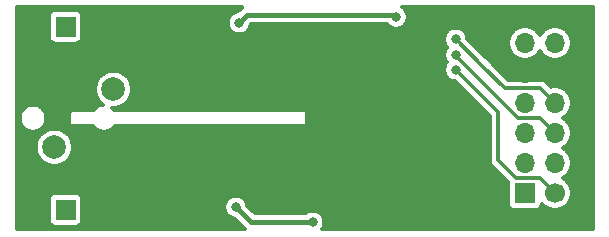
<source format=gbr>
%TF.GenerationSoftware,KiCad,Pcbnew,5.1.9*%
%TF.CreationDate,2021-01-26T07:43:00+03:00*%
%TF.ProjectId,dual-mcp3201-pmod,6475616c-2d6d-4637-9033-3230312d706d,rev?*%
%TF.SameCoordinates,PX4c4b400PY8583b00*%
%TF.FileFunction,Copper,L2,Bot*%
%TF.FilePolarity,Positive*%
%FSLAX46Y46*%
G04 Gerber Fmt 4.6, Leading zero omitted, Abs format (unit mm)*
G04 Created by KiCad (PCBNEW 5.1.9) date 2021-01-26 07:43:00*
%MOMM*%
%LPD*%
G01*
G04 APERTURE LIST*
%TA.AperFunction,ComponentPad*%
%ADD10O,1.700000X1.700000*%
%TD*%
%TA.AperFunction,ComponentPad*%
%ADD11R,1.700000X1.700000*%
%TD*%
%TA.AperFunction,ComponentPad*%
%ADD12C,1.700000*%
%TD*%
%TA.AperFunction,ComponentPad*%
%ADD13C,2.000000*%
%TD*%
%TA.AperFunction,ViaPad*%
%ADD14C,0.800000*%
%TD*%
%TA.AperFunction,Conductor*%
%ADD15C,0.400000*%
%TD*%
%TA.AperFunction,Conductor*%
%ADD16C,0.300000*%
%TD*%
%TA.AperFunction,Conductor*%
%ADD17C,0.350000*%
%TD*%
%TA.AperFunction,Conductor*%
%ADD18C,0.100000*%
%TD*%
G04 APERTURE END LIST*
D10*
%TO.P,X4,2*%
%TO.N,GND*%
X2210000Y17750000D03*
D11*
%TO.P,X4,1*%
%TO.N,Net-(C9-Pad2)*%
X4750000Y17750000D03*
%TD*%
D10*
%TO.P,X3,2*%
%TO.N,GND*%
X2210000Y2250000D03*
D11*
%TO.P,X3,1*%
%TO.N,Net-(C2-Pad2)*%
X4750000Y2250000D03*
%TD*%
D12*
%TO.P,X2,7*%
%TO.N,/CS_N1*%
X46170000Y3650000D03*
D11*
%TO.P,X2,1*%
%TO.N,/CS_N0*%
X43630000Y3650000D03*
D10*
%TO.P,X2,8*%
%TO.N,Net-(X2-Pad8)*%
X46170000Y6190000D03*
%TO.P,X2,2*%
%TO.N,Net-(X2-Pad2)*%
X43630000Y6190000D03*
%TO.P,X2,9*%
%TO.N,/MISO1*%
X46170000Y8730000D03*
%TO.P,X2,3*%
%TO.N,/MISO0*%
X43630000Y8730000D03*
%TO.P,X2,10*%
%TO.N,/SCLK1*%
X46170000Y11270000D03*
%TO.P,X2,4*%
%TO.N,/SCLK0*%
X43630000Y11270000D03*
%TO.P,X2,11*%
%TO.N,GND*%
X46170000Y13810000D03*
%TO.P,X2,5*%
X43630000Y13810000D03*
%TO.P,X2,12*%
%TO.N,+VDD_3.3V*%
X46170000Y16350000D03*
%TO.P,X2,6*%
X43630000Y16350000D03*
%TD*%
D13*
%TO.P,X1,3*%
%TO.N,Net-(C9-Pad2)*%
X8800000Y12450000D03*
%TO.P,X1,2*%
%TO.N,Net-(C2-Pad2)*%
X3800000Y7550000D03*
%TO.P,X1,1*%
%TO.N,GND*%
X2000000Y12450000D03*
%TD*%
D14*
%TO.N,GND*%
X41350000Y1200000D03*
%TO.N,Net-(C1-Pad2)*%
X25670000Y1190000D03*
X19170000Y2470000D03*
%TO.N,GND*%
X11700000Y18650000D03*
X11700000Y8400000D03*
X11700000Y11600000D03*
X38750000Y8450000D03*
X30250000Y7500000D03*
X35250000Y8500000D03*
X29095000Y14095000D03*
X19450000Y6250000D03*
X19450000Y16750000D03*
X26250000Y14750000D03*
X26250000Y9300000D03*
X29050000Y1600000D03*
X23700000Y3375000D03*
X17750000Y4800000D03*
X17750000Y15050000D03*
X23700000Y13640000D03*
X41799998Y18250000D03*
%TO.N,/SCLK1*%
X37775000Y16675000D03*
%TO.N,/MISO1*%
X37775000Y15350000D03*
%TO.N,/CS_N1*%
X37775000Y14100000D03*
%TO.N,Net-(C8-Pad2)*%
X19460000Y18070000D03*
X32740000Y18560000D03*
%TD*%
D15*
%TO.N,Net-(C1-Pad2)*%
X19180000Y2470000D02*
X19170000Y2470000D01*
X20460000Y1190000D02*
X19180000Y2470000D01*
X25670000Y1190000D02*
X20460000Y1190000D01*
%TO.N,/SCLK1*%
X37775000Y16675000D02*
X37845000Y16675000D01*
D16*
X40020000Y14430000D02*
X37775000Y16675000D01*
X44900000Y12540000D02*
X41910000Y12540000D01*
X41910000Y12540000D02*
X40020000Y14430000D01*
X46170000Y11270000D02*
X44900000Y12540000D01*
%TO.N,/MISO1*%
X37775000Y15275000D02*
X37775000Y15350000D01*
X43050000Y10000000D02*
X37775000Y15275000D01*
X44900000Y10000000D02*
X43050000Y10000000D01*
X46170000Y8730000D02*
X44900000Y10000000D01*
D15*
%TO.N,/CS_N1*%
X46050002Y3650000D02*
X46170000Y3650000D01*
D16*
X41370000Y10500000D02*
X41370000Y6470000D01*
X37775000Y14095000D02*
X41370000Y10500000D01*
X37775000Y14100000D02*
X37775000Y14095000D01*
X44890000Y4930000D02*
X46170000Y3650000D01*
X42910000Y4930000D02*
X44890000Y4930000D01*
X41370000Y6470000D02*
X42910000Y4930000D01*
D15*
%TO.N,Net-(C8-Pad2)*%
X32550000Y18750000D02*
X20140000Y18750000D01*
X20140000Y18750000D02*
X19460000Y18070000D01*
X32740000Y18560000D02*
X32550000Y18750000D01*
%TD*%
D17*
%TO.N,GND*%
X19707349Y19397506D02*
X19664888Y19362658D01*
X19589341Y19300659D01*
X19565072Y19271087D01*
X19332782Y19038796D01*
X19175603Y19007532D01*
X18998164Y18934034D01*
X18838473Y18827332D01*
X18702668Y18691527D01*
X18595966Y18531836D01*
X18522468Y18354397D01*
X18485000Y18166029D01*
X18485000Y17973971D01*
X18522468Y17785603D01*
X18595966Y17608164D01*
X18702668Y17448473D01*
X18838473Y17312668D01*
X18998164Y17205966D01*
X19175603Y17132468D01*
X19363971Y17095000D01*
X19556029Y17095000D01*
X19744397Y17132468D01*
X19921836Y17205966D01*
X20081527Y17312668D01*
X20217332Y17448473D01*
X20324034Y17608164D01*
X20397532Y17785603D01*
X20428796Y17942782D01*
X20461015Y17975000D01*
X31958261Y17975000D01*
X31982668Y17938473D01*
X32118473Y17802668D01*
X32278164Y17695966D01*
X32455603Y17622468D01*
X32643971Y17585000D01*
X32836029Y17585000D01*
X33024397Y17622468D01*
X33201836Y17695966D01*
X33361527Y17802668D01*
X33497332Y17938473D01*
X33604034Y18098164D01*
X33677532Y18275603D01*
X33715000Y18463971D01*
X33715000Y18656029D01*
X33677532Y18844397D01*
X33604034Y19021836D01*
X33497332Y19181527D01*
X33361527Y19317332D01*
X33237805Y19400000D01*
X49400001Y19400000D01*
X49400000Y600000D01*
X26448398Y600000D01*
X26534034Y728164D01*
X26607532Y905603D01*
X26645000Y1093971D01*
X26645000Y1286029D01*
X26607532Y1474397D01*
X26534034Y1651836D01*
X26427332Y1811527D01*
X26291527Y1947332D01*
X26131836Y2054034D01*
X25954397Y2127532D01*
X25766029Y2165000D01*
X25573971Y2165000D01*
X25385603Y2127532D01*
X25208164Y2054034D01*
X25074915Y1965000D01*
X20781015Y1965000D01*
X20136313Y2609701D01*
X20107532Y2754397D01*
X20034034Y2931836D01*
X19927332Y3091527D01*
X19791527Y3227332D01*
X19631836Y3334034D01*
X19454397Y3407532D01*
X19266029Y3445000D01*
X19073971Y3445000D01*
X18885603Y3407532D01*
X18708164Y3334034D01*
X18548473Y3227332D01*
X18412668Y3091527D01*
X18305966Y2931836D01*
X18232468Y2754397D01*
X18195000Y2566029D01*
X18195000Y2373971D01*
X18232468Y2185603D01*
X18305966Y2008164D01*
X18412668Y1848473D01*
X18548473Y1712668D01*
X18708164Y1605966D01*
X18885603Y1532468D01*
X19055265Y1498721D01*
X19885072Y668913D01*
X19909341Y639341D01*
X19957278Y600000D01*
X600000Y600000D01*
X600000Y3100000D01*
X3322218Y3100000D01*
X3322218Y1400000D01*
X3333320Y1287280D01*
X3366199Y1178892D01*
X3419592Y1079002D01*
X3491446Y991446D01*
X3579002Y919592D01*
X3678892Y866199D01*
X3787280Y833320D01*
X3900000Y822218D01*
X5600000Y822218D01*
X5712720Y833320D01*
X5821108Y866199D01*
X5920998Y919592D01*
X6008554Y991446D01*
X6080408Y1079002D01*
X6133801Y1178892D01*
X6166680Y1287280D01*
X6177782Y1400000D01*
X6177782Y3100000D01*
X6166680Y3212720D01*
X6133801Y3321108D01*
X6080408Y3420998D01*
X6008554Y3508554D01*
X5920998Y3580408D01*
X5821108Y3633801D01*
X5712720Y3666680D01*
X5600000Y3677782D01*
X3900000Y3677782D01*
X3787280Y3666680D01*
X3678892Y3633801D01*
X3579002Y3580408D01*
X3491446Y3508554D01*
X3419592Y3420998D01*
X3366199Y3321108D01*
X3333320Y3212720D01*
X3322218Y3100000D01*
X600000Y3100000D01*
X600000Y7705124D01*
X2225000Y7705124D01*
X2225000Y7394876D01*
X2285526Y7090589D01*
X2404253Y6803958D01*
X2576617Y6545996D01*
X2795996Y6326617D01*
X3053958Y6154253D01*
X3340589Y6035526D01*
X3644876Y5975000D01*
X3955124Y5975000D01*
X4259411Y6035526D01*
X4546042Y6154253D01*
X4804004Y6326617D01*
X5023383Y6545996D01*
X5195747Y6803958D01*
X5314474Y7090589D01*
X5375000Y7394876D01*
X5375000Y7705124D01*
X5314474Y8009411D01*
X5195747Y8296042D01*
X5023383Y8554004D01*
X4804004Y8773383D01*
X4546042Y8945747D01*
X4259411Y9064474D01*
X3955124Y9125000D01*
X3644876Y9125000D01*
X3340589Y9064474D01*
X3053958Y8945747D01*
X2795996Y8773383D01*
X2576617Y8554004D01*
X2404253Y8296042D01*
X2285526Y8009411D01*
X2225000Y7705124D01*
X600000Y7705124D01*
X600000Y10110803D01*
X875000Y10110803D01*
X875000Y9889197D01*
X918233Y9671850D01*
X1003038Y9467113D01*
X1126156Y9282855D01*
X1282855Y9126156D01*
X1467113Y9003038D01*
X1671850Y8918233D01*
X1889197Y8875000D01*
X2110803Y8875000D01*
X2328150Y8918233D01*
X2532887Y9003038D01*
X2717145Y9126156D01*
X2873844Y9282855D01*
X2996962Y9467113D01*
X3081767Y9671850D01*
X3125000Y9889197D01*
X3125000Y10110803D01*
X3081767Y10328150D01*
X3010585Y10500000D01*
X5075000Y10500000D01*
X5075000Y9500000D01*
X5078363Y9465859D01*
X5088321Y9433030D01*
X5104493Y9402775D01*
X5126256Y9376256D01*
X5152775Y9354493D01*
X5183030Y9338321D01*
X5215859Y9328363D01*
X5250000Y9325000D01*
X7097995Y9325000D01*
X7126156Y9282855D01*
X7282855Y9126156D01*
X7467113Y9003038D01*
X7671850Y8918233D01*
X7889197Y8875000D01*
X8110803Y8875000D01*
X8328150Y8918233D01*
X8532887Y9003038D01*
X8717145Y9126156D01*
X8873844Y9282855D01*
X8902005Y9325000D01*
X25000000Y9325000D01*
X25034141Y9328363D01*
X25066970Y9338321D01*
X25097225Y9354493D01*
X25123744Y9376256D01*
X25145507Y9402775D01*
X25161679Y9433030D01*
X25171637Y9465859D01*
X25175000Y9500000D01*
X25175000Y10500000D01*
X25171637Y10534141D01*
X25161679Y10566970D01*
X25145507Y10597225D01*
X25123744Y10623744D01*
X25097225Y10645507D01*
X25066970Y10661679D01*
X25034141Y10671637D01*
X25000000Y10675000D01*
X8902005Y10675000D01*
X8873844Y10717145D01*
X8717145Y10873844D01*
X8715415Y10875000D01*
X8955124Y10875000D01*
X9259411Y10935526D01*
X9546042Y11054253D01*
X9804004Y11226617D01*
X10023383Y11445996D01*
X10195747Y11703958D01*
X10314474Y11990589D01*
X10375000Y12294876D01*
X10375000Y12605124D01*
X10314474Y12909411D01*
X10195747Y13196042D01*
X10023383Y13454004D01*
X9804004Y13673383D01*
X9546042Y13845747D01*
X9259411Y13964474D01*
X8955124Y14025000D01*
X8644876Y14025000D01*
X8340589Y13964474D01*
X8053958Y13845747D01*
X7795996Y13673383D01*
X7576617Y13454004D01*
X7404253Y13196042D01*
X7285526Y12909411D01*
X7225000Y12605124D01*
X7225000Y12294876D01*
X7285526Y11990589D01*
X7404253Y11703958D01*
X7576617Y11445996D01*
X7795996Y11226617D01*
X7948077Y11125000D01*
X7889197Y11125000D01*
X7671850Y11081767D01*
X7467113Y10996962D01*
X7282855Y10873844D01*
X7126156Y10717145D01*
X7097995Y10675000D01*
X5250000Y10675000D01*
X5215859Y10671637D01*
X5183030Y10661679D01*
X5152775Y10645507D01*
X5126256Y10623744D01*
X5104493Y10597225D01*
X5088321Y10566970D01*
X5078363Y10534141D01*
X5075000Y10500000D01*
X3010585Y10500000D01*
X2996962Y10532887D01*
X2873844Y10717145D01*
X2717145Y10873844D01*
X2532887Y10996962D01*
X2328150Y11081767D01*
X2110803Y11125000D01*
X1889197Y11125000D01*
X1671850Y11081767D01*
X1467113Y10996962D01*
X1282855Y10873844D01*
X1126156Y10717145D01*
X1003038Y10532887D01*
X918233Y10328150D01*
X875000Y10110803D01*
X600000Y10110803D01*
X600000Y18600000D01*
X3322218Y18600000D01*
X3322218Y16900000D01*
X3333320Y16787280D01*
X3366199Y16678892D01*
X3419592Y16579002D01*
X3491446Y16491446D01*
X3579002Y16419592D01*
X3678892Y16366199D01*
X3787280Y16333320D01*
X3900000Y16322218D01*
X5600000Y16322218D01*
X5712720Y16333320D01*
X5821108Y16366199D01*
X5920998Y16419592D01*
X6008554Y16491446D01*
X6080408Y16579002D01*
X6133801Y16678892D01*
X6161750Y16771029D01*
X36800000Y16771029D01*
X36800000Y16578971D01*
X36837468Y16390603D01*
X36910966Y16213164D01*
X37017668Y16053473D01*
X37058641Y16012500D01*
X37017668Y15971527D01*
X36910966Y15811836D01*
X36837468Y15634397D01*
X36800000Y15446029D01*
X36800000Y15253971D01*
X36837468Y15065603D01*
X36910966Y14888164D01*
X37017668Y14728473D01*
X37021141Y14725000D01*
X37017668Y14721527D01*
X36910966Y14561836D01*
X36837468Y14384397D01*
X36800000Y14196029D01*
X36800000Y14003971D01*
X36837468Y13815603D01*
X36910966Y13638164D01*
X37017668Y13478473D01*
X37153473Y13342668D01*
X37313164Y13235966D01*
X37490603Y13162468D01*
X37678971Y13125000D01*
X37719696Y13125000D01*
X40645000Y10199695D01*
X40645001Y6505607D01*
X40641494Y6470000D01*
X40655492Y6327876D01*
X40696947Y6191213D01*
X40764269Y6065264D01*
X40832170Y5982526D01*
X40832173Y5982523D01*
X40854869Y5954868D01*
X40882523Y5932173D01*
X42212303Y4602392D01*
X42202218Y4500000D01*
X42202218Y2800000D01*
X42213320Y2687280D01*
X42246199Y2578892D01*
X42299592Y2479002D01*
X42371446Y2391446D01*
X42459002Y2319592D01*
X42558892Y2266199D01*
X42667280Y2233320D01*
X42780000Y2222218D01*
X44480000Y2222218D01*
X44592720Y2233320D01*
X44701108Y2266199D01*
X44800998Y2319592D01*
X44888554Y2391446D01*
X44960408Y2479002D01*
X45013801Y2578892D01*
X45046680Y2687280D01*
X45053457Y2756091D01*
X45063130Y2741615D01*
X45261615Y2543130D01*
X45495009Y2387181D01*
X45754343Y2279762D01*
X46029650Y2225000D01*
X46310350Y2225000D01*
X46585657Y2279762D01*
X46844991Y2387181D01*
X47078385Y2543130D01*
X47276870Y2741615D01*
X47432819Y2975009D01*
X47540238Y3234343D01*
X47595000Y3509650D01*
X47595000Y3790350D01*
X47540238Y4065657D01*
X47432819Y4324991D01*
X47276870Y4558385D01*
X47078385Y4756870D01*
X46844991Y4912819D01*
X46827654Y4920000D01*
X46844991Y4927181D01*
X47078385Y5083130D01*
X47276870Y5281615D01*
X47432819Y5515009D01*
X47540238Y5774343D01*
X47595000Y6049650D01*
X47595000Y6330350D01*
X47540238Y6605657D01*
X47432819Y6864991D01*
X47276870Y7098385D01*
X47078385Y7296870D01*
X46844991Y7452819D01*
X46827654Y7460000D01*
X46844991Y7467181D01*
X47078385Y7623130D01*
X47276870Y7821615D01*
X47432819Y8055009D01*
X47540238Y8314343D01*
X47595000Y8589650D01*
X47595000Y8870350D01*
X47540238Y9145657D01*
X47432819Y9404991D01*
X47276870Y9638385D01*
X47078385Y9836870D01*
X46844991Y9992819D01*
X46827654Y10000000D01*
X46844991Y10007181D01*
X47078385Y10163130D01*
X47276870Y10361615D01*
X47432819Y10595009D01*
X47540238Y10854343D01*
X47595000Y11129650D01*
X47595000Y11410350D01*
X47540238Y11685657D01*
X47432819Y11944991D01*
X47276870Y12178385D01*
X47078385Y12376870D01*
X46844991Y12532819D01*
X46585657Y12640238D01*
X46310350Y12695000D01*
X46029650Y12695000D01*
X45813333Y12651972D01*
X45437832Y13027472D01*
X45415132Y13055132D01*
X45304737Y13145731D01*
X45178788Y13213053D01*
X45042125Y13254509D01*
X44935607Y13265000D01*
X44935597Y13265000D01*
X44900000Y13268506D01*
X44864403Y13265000D01*
X42210305Y13265000D01*
X40557834Y14917470D01*
X40557830Y14917475D01*
X38984955Y16490350D01*
X42205000Y16490350D01*
X42205000Y16209650D01*
X42259762Y15934343D01*
X42367181Y15675009D01*
X42523130Y15441615D01*
X42721615Y15243130D01*
X42955009Y15087181D01*
X43214343Y14979762D01*
X43489650Y14925000D01*
X43770350Y14925000D01*
X44045657Y14979762D01*
X44304991Y15087181D01*
X44538385Y15243130D01*
X44736870Y15441615D01*
X44892819Y15675009D01*
X44900000Y15692346D01*
X44907181Y15675009D01*
X45063130Y15441615D01*
X45261615Y15243130D01*
X45495009Y15087181D01*
X45754343Y14979762D01*
X46029650Y14925000D01*
X46310350Y14925000D01*
X46585657Y14979762D01*
X46844991Y15087181D01*
X47078385Y15243130D01*
X47276870Y15441615D01*
X47432819Y15675009D01*
X47540238Y15934343D01*
X47595000Y16209650D01*
X47595000Y16490350D01*
X47540238Y16765657D01*
X47432819Y17024991D01*
X47276870Y17258385D01*
X47078385Y17456870D01*
X46844991Y17612819D01*
X46585657Y17720238D01*
X46310350Y17775000D01*
X46029650Y17775000D01*
X45754343Y17720238D01*
X45495009Y17612819D01*
X45261615Y17456870D01*
X45063130Y17258385D01*
X44907181Y17024991D01*
X44900000Y17007654D01*
X44892819Y17024991D01*
X44736870Y17258385D01*
X44538385Y17456870D01*
X44304991Y17612819D01*
X44045657Y17720238D01*
X43770350Y17775000D01*
X43489650Y17775000D01*
X43214343Y17720238D01*
X42955009Y17612819D01*
X42721615Y17456870D01*
X42523130Y17258385D01*
X42367181Y17024991D01*
X42259762Y16765657D01*
X42205000Y16490350D01*
X38984955Y16490350D01*
X38750000Y16725304D01*
X38750000Y16771029D01*
X38712532Y16959397D01*
X38639034Y17136836D01*
X38532332Y17296527D01*
X38396527Y17432332D01*
X38236836Y17539034D01*
X38059397Y17612532D01*
X37871029Y17650000D01*
X37678971Y17650000D01*
X37490603Y17612532D01*
X37313164Y17539034D01*
X37153473Y17432332D01*
X37017668Y17296527D01*
X36910966Y17136836D01*
X36837468Y16959397D01*
X36800000Y16771029D01*
X6161750Y16771029D01*
X6166680Y16787280D01*
X6177782Y16900000D01*
X6177782Y18600000D01*
X6166680Y18712720D01*
X6133801Y18821108D01*
X6080408Y18920998D01*
X6008554Y19008554D01*
X5920998Y19080408D01*
X5821108Y19133801D01*
X5712720Y19166680D01*
X5600000Y19177782D01*
X3900000Y19177782D01*
X3787280Y19166680D01*
X3678892Y19133801D01*
X3579002Y19080408D01*
X3491446Y19008554D01*
X3419592Y18920998D01*
X3366199Y18821108D01*
X3333320Y18712720D01*
X3322218Y18600000D01*
X600000Y18600000D01*
X600000Y19400000D01*
X19712015Y19400000D01*
X19707349Y19397506D01*
%TA.AperFunction,Conductor*%
D18*
G36*
X19707349Y19397506D02*
G01*
X19664888Y19362658D01*
X19589341Y19300659D01*
X19565072Y19271087D01*
X19332782Y19038796D01*
X19175603Y19007532D01*
X18998164Y18934034D01*
X18838473Y18827332D01*
X18702668Y18691527D01*
X18595966Y18531836D01*
X18522468Y18354397D01*
X18485000Y18166029D01*
X18485000Y17973971D01*
X18522468Y17785603D01*
X18595966Y17608164D01*
X18702668Y17448473D01*
X18838473Y17312668D01*
X18998164Y17205966D01*
X19175603Y17132468D01*
X19363971Y17095000D01*
X19556029Y17095000D01*
X19744397Y17132468D01*
X19921836Y17205966D01*
X20081527Y17312668D01*
X20217332Y17448473D01*
X20324034Y17608164D01*
X20397532Y17785603D01*
X20428796Y17942782D01*
X20461015Y17975000D01*
X31958261Y17975000D01*
X31982668Y17938473D01*
X32118473Y17802668D01*
X32278164Y17695966D01*
X32455603Y17622468D01*
X32643971Y17585000D01*
X32836029Y17585000D01*
X33024397Y17622468D01*
X33201836Y17695966D01*
X33361527Y17802668D01*
X33497332Y17938473D01*
X33604034Y18098164D01*
X33677532Y18275603D01*
X33715000Y18463971D01*
X33715000Y18656029D01*
X33677532Y18844397D01*
X33604034Y19021836D01*
X33497332Y19181527D01*
X33361527Y19317332D01*
X33237805Y19400000D01*
X49400001Y19400000D01*
X49400000Y600000D01*
X26448398Y600000D01*
X26534034Y728164D01*
X26607532Y905603D01*
X26645000Y1093971D01*
X26645000Y1286029D01*
X26607532Y1474397D01*
X26534034Y1651836D01*
X26427332Y1811527D01*
X26291527Y1947332D01*
X26131836Y2054034D01*
X25954397Y2127532D01*
X25766029Y2165000D01*
X25573971Y2165000D01*
X25385603Y2127532D01*
X25208164Y2054034D01*
X25074915Y1965000D01*
X20781015Y1965000D01*
X20136313Y2609701D01*
X20107532Y2754397D01*
X20034034Y2931836D01*
X19927332Y3091527D01*
X19791527Y3227332D01*
X19631836Y3334034D01*
X19454397Y3407532D01*
X19266029Y3445000D01*
X19073971Y3445000D01*
X18885603Y3407532D01*
X18708164Y3334034D01*
X18548473Y3227332D01*
X18412668Y3091527D01*
X18305966Y2931836D01*
X18232468Y2754397D01*
X18195000Y2566029D01*
X18195000Y2373971D01*
X18232468Y2185603D01*
X18305966Y2008164D01*
X18412668Y1848473D01*
X18548473Y1712668D01*
X18708164Y1605966D01*
X18885603Y1532468D01*
X19055265Y1498721D01*
X19885072Y668913D01*
X19909341Y639341D01*
X19957278Y600000D01*
X600000Y600000D01*
X600000Y3100000D01*
X3322218Y3100000D01*
X3322218Y1400000D01*
X3333320Y1287280D01*
X3366199Y1178892D01*
X3419592Y1079002D01*
X3491446Y991446D01*
X3579002Y919592D01*
X3678892Y866199D01*
X3787280Y833320D01*
X3900000Y822218D01*
X5600000Y822218D01*
X5712720Y833320D01*
X5821108Y866199D01*
X5920998Y919592D01*
X6008554Y991446D01*
X6080408Y1079002D01*
X6133801Y1178892D01*
X6166680Y1287280D01*
X6177782Y1400000D01*
X6177782Y3100000D01*
X6166680Y3212720D01*
X6133801Y3321108D01*
X6080408Y3420998D01*
X6008554Y3508554D01*
X5920998Y3580408D01*
X5821108Y3633801D01*
X5712720Y3666680D01*
X5600000Y3677782D01*
X3900000Y3677782D01*
X3787280Y3666680D01*
X3678892Y3633801D01*
X3579002Y3580408D01*
X3491446Y3508554D01*
X3419592Y3420998D01*
X3366199Y3321108D01*
X3333320Y3212720D01*
X3322218Y3100000D01*
X600000Y3100000D01*
X600000Y7705124D01*
X2225000Y7705124D01*
X2225000Y7394876D01*
X2285526Y7090589D01*
X2404253Y6803958D01*
X2576617Y6545996D01*
X2795996Y6326617D01*
X3053958Y6154253D01*
X3340589Y6035526D01*
X3644876Y5975000D01*
X3955124Y5975000D01*
X4259411Y6035526D01*
X4546042Y6154253D01*
X4804004Y6326617D01*
X5023383Y6545996D01*
X5195747Y6803958D01*
X5314474Y7090589D01*
X5375000Y7394876D01*
X5375000Y7705124D01*
X5314474Y8009411D01*
X5195747Y8296042D01*
X5023383Y8554004D01*
X4804004Y8773383D01*
X4546042Y8945747D01*
X4259411Y9064474D01*
X3955124Y9125000D01*
X3644876Y9125000D01*
X3340589Y9064474D01*
X3053958Y8945747D01*
X2795996Y8773383D01*
X2576617Y8554004D01*
X2404253Y8296042D01*
X2285526Y8009411D01*
X2225000Y7705124D01*
X600000Y7705124D01*
X600000Y10110803D01*
X875000Y10110803D01*
X875000Y9889197D01*
X918233Y9671850D01*
X1003038Y9467113D01*
X1126156Y9282855D01*
X1282855Y9126156D01*
X1467113Y9003038D01*
X1671850Y8918233D01*
X1889197Y8875000D01*
X2110803Y8875000D01*
X2328150Y8918233D01*
X2532887Y9003038D01*
X2717145Y9126156D01*
X2873844Y9282855D01*
X2996962Y9467113D01*
X3081767Y9671850D01*
X3125000Y9889197D01*
X3125000Y10110803D01*
X3081767Y10328150D01*
X3010585Y10500000D01*
X5075000Y10500000D01*
X5075000Y9500000D01*
X5078363Y9465859D01*
X5088321Y9433030D01*
X5104493Y9402775D01*
X5126256Y9376256D01*
X5152775Y9354493D01*
X5183030Y9338321D01*
X5215859Y9328363D01*
X5250000Y9325000D01*
X7097995Y9325000D01*
X7126156Y9282855D01*
X7282855Y9126156D01*
X7467113Y9003038D01*
X7671850Y8918233D01*
X7889197Y8875000D01*
X8110803Y8875000D01*
X8328150Y8918233D01*
X8532887Y9003038D01*
X8717145Y9126156D01*
X8873844Y9282855D01*
X8902005Y9325000D01*
X25000000Y9325000D01*
X25034141Y9328363D01*
X25066970Y9338321D01*
X25097225Y9354493D01*
X25123744Y9376256D01*
X25145507Y9402775D01*
X25161679Y9433030D01*
X25171637Y9465859D01*
X25175000Y9500000D01*
X25175000Y10500000D01*
X25171637Y10534141D01*
X25161679Y10566970D01*
X25145507Y10597225D01*
X25123744Y10623744D01*
X25097225Y10645507D01*
X25066970Y10661679D01*
X25034141Y10671637D01*
X25000000Y10675000D01*
X8902005Y10675000D01*
X8873844Y10717145D01*
X8717145Y10873844D01*
X8715415Y10875000D01*
X8955124Y10875000D01*
X9259411Y10935526D01*
X9546042Y11054253D01*
X9804004Y11226617D01*
X10023383Y11445996D01*
X10195747Y11703958D01*
X10314474Y11990589D01*
X10375000Y12294876D01*
X10375000Y12605124D01*
X10314474Y12909411D01*
X10195747Y13196042D01*
X10023383Y13454004D01*
X9804004Y13673383D01*
X9546042Y13845747D01*
X9259411Y13964474D01*
X8955124Y14025000D01*
X8644876Y14025000D01*
X8340589Y13964474D01*
X8053958Y13845747D01*
X7795996Y13673383D01*
X7576617Y13454004D01*
X7404253Y13196042D01*
X7285526Y12909411D01*
X7225000Y12605124D01*
X7225000Y12294876D01*
X7285526Y11990589D01*
X7404253Y11703958D01*
X7576617Y11445996D01*
X7795996Y11226617D01*
X7948077Y11125000D01*
X7889197Y11125000D01*
X7671850Y11081767D01*
X7467113Y10996962D01*
X7282855Y10873844D01*
X7126156Y10717145D01*
X7097995Y10675000D01*
X5250000Y10675000D01*
X5215859Y10671637D01*
X5183030Y10661679D01*
X5152775Y10645507D01*
X5126256Y10623744D01*
X5104493Y10597225D01*
X5088321Y10566970D01*
X5078363Y10534141D01*
X5075000Y10500000D01*
X3010585Y10500000D01*
X2996962Y10532887D01*
X2873844Y10717145D01*
X2717145Y10873844D01*
X2532887Y10996962D01*
X2328150Y11081767D01*
X2110803Y11125000D01*
X1889197Y11125000D01*
X1671850Y11081767D01*
X1467113Y10996962D01*
X1282855Y10873844D01*
X1126156Y10717145D01*
X1003038Y10532887D01*
X918233Y10328150D01*
X875000Y10110803D01*
X600000Y10110803D01*
X600000Y18600000D01*
X3322218Y18600000D01*
X3322218Y16900000D01*
X3333320Y16787280D01*
X3366199Y16678892D01*
X3419592Y16579002D01*
X3491446Y16491446D01*
X3579002Y16419592D01*
X3678892Y16366199D01*
X3787280Y16333320D01*
X3900000Y16322218D01*
X5600000Y16322218D01*
X5712720Y16333320D01*
X5821108Y16366199D01*
X5920998Y16419592D01*
X6008554Y16491446D01*
X6080408Y16579002D01*
X6133801Y16678892D01*
X6161750Y16771029D01*
X36800000Y16771029D01*
X36800000Y16578971D01*
X36837468Y16390603D01*
X36910966Y16213164D01*
X37017668Y16053473D01*
X37058641Y16012500D01*
X37017668Y15971527D01*
X36910966Y15811836D01*
X36837468Y15634397D01*
X36800000Y15446029D01*
X36800000Y15253971D01*
X36837468Y15065603D01*
X36910966Y14888164D01*
X37017668Y14728473D01*
X37021141Y14725000D01*
X37017668Y14721527D01*
X36910966Y14561836D01*
X36837468Y14384397D01*
X36800000Y14196029D01*
X36800000Y14003971D01*
X36837468Y13815603D01*
X36910966Y13638164D01*
X37017668Y13478473D01*
X37153473Y13342668D01*
X37313164Y13235966D01*
X37490603Y13162468D01*
X37678971Y13125000D01*
X37719696Y13125000D01*
X40645000Y10199695D01*
X40645001Y6505607D01*
X40641494Y6470000D01*
X40655492Y6327876D01*
X40696947Y6191213D01*
X40764269Y6065264D01*
X40832170Y5982526D01*
X40832173Y5982523D01*
X40854869Y5954868D01*
X40882523Y5932173D01*
X42212303Y4602392D01*
X42202218Y4500000D01*
X42202218Y2800000D01*
X42213320Y2687280D01*
X42246199Y2578892D01*
X42299592Y2479002D01*
X42371446Y2391446D01*
X42459002Y2319592D01*
X42558892Y2266199D01*
X42667280Y2233320D01*
X42780000Y2222218D01*
X44480000Y2222218D01*
X44592720Y2233320D01*
X44701108Y2266199D01*
X44800998Y2319592D01*
X44888554Y2391446D01*
X44960408Y2479002D01*
X45013801Y2578892D01*
X45046680Y2687280D01*
X45053457Y2756091D01*
X45063130Y2741615D01*
X45261615Y2543130D01*
X45495009Y2387181D01*
X45754343Y2279762D01*
X46029650Y2225000D01*
X46310350Y2225000D01*
X46585657Y2279762D01*
X46844991Y2387181D01*
X47078385Y2543130D01*
X47276870Y2741615D01*
X47432819Y2975009D01*
X47540238Y3234343D01*
X47595000Y3509650D01*
X47595000Y3790350D01*
X47540238Y4065657D01*
X47432819Y4324991D01*
X47276870Y4558385D01*
X47078385Y4756870D01*
X46844991Y4912819D01*
X46827654Y4920000D01*
X46844991Y4927181D01*
X47078385Y5083130D01*
X47276870Y5281615D01*
X47432819Y5515009D01*
X47540238Y5774343D01*
X47595000Y6049650D01*
X47595000Y6330350D01*
X47540238Y6605657D01*
X47432819Y6864991D01*
X47276870Y7098385D01*
X47078385Y7296870D01*
X46844991Y7452819D01*
X46827654Y7460000D01*
X46844991Y7467181D01*
X47078385Y7623130D01*
X47276870Y7821615D01*
X47432819Y8055009D01*
X47540238Y8314343D01*
X47595000Y8589650D01*
X47595000Y8870350D01*
X47540238Y9145657D01*
X47432819Y9404991D01*
X47276870Y9638385D01*
X47078385Y9836870D01*
X46844991Y9992819D01*
X46827654Y10000000D01*
X46844991Y10007181D01*
X47078385Y10163130D01*
X47276870Y10361615D01*
X47432819Y10595009D01*
X47540238Y10854343D01*
X47595000Y11129650D01*
X47595000Y11410350D01*
X47540238Y11685657D01*
X47432819Y11944991D01*
X47276870Y12178385D01*
X47078385Y12376870D01*
X46844991Y12532819D01*
X46585657Y12640238D01*
X46310350Y12695000D01*
X46029650Y12695000D01*
X45813333Y12651972D01*
X45437832Y13027472D01*
X45415132Y13055132D01*
X45304737Y13145731D01*
X45178788Y13213053D01*
X45042125Y13254509D01*
X44935607Y13265000D01*
X44935597Y13265000D01*
X44900000Y13268506D01*
X44864403Y13265000D01*
X42210305Y13265000D01*
X40557834Y14917470D01*
X40557830Y14917475D01*
X38984955Y16490350D01*
X42205000Y16490350D01*
X42205000Y16209650D01*
X42259762Y15934343D01*
X42367181Y15675009D01*
X42523130Y15441615D01*
X42721615Y15243130D01*
X42955009Y15087181D01*
X43214343Y14979762D01*
X43489650Y14925000D01*
X43770350Y14925000D01*
X44045657Y14979762D01*
X44304991Y15087181D01*
X44538385Y15243130D01*
X44736870Y15441615D01*
X44892819Y15675009D01*
X44900000Y15692346D01*
X44907181Y15675009D01*
X45063130Y15441615D01*
X45261615Y15243130D01*
X45495009Y15087181D01*
X45754343Y14979762D01*
X46029650Y14925000D01*
X46310350Y14925000D01*
X46585657Y14979762D01*
X46844991Y15087181D01*
X47078385Y15243130D01*
X47276870Y15441615D01*
X47432819Y15675009D01*
X47540238Y15934343D01*
X47595000Y16209650D01*
X47595000Y16490350D01*
X47540238Y16765657D01*
X47432819Y17024991D01*
X47276870Y17258385D01*
X47078385Y17456870D01*
X46844991Y17612819D01*
X46585657Y17720238D01*
X46310350Y17775000D01*
X46029650Y17775000D01*
X45754343Y17720238D01*
X45495009Y17612819D01*
X45261615Y17456870D01*
X45063130Y17258385D01*
X44907181Y17024991D01*
X44900000Y17007654D01*
X44892819Y17024991D01*
X44736870Y17258385D01*
X44538385Y17456870D01*
X44304991Y17612819D01*
X44045657Y17720238D01*
X43770350Y17775000D01*
X43489650Y17775000D01*
X43214343Y17720238D01*
X42955009Y17612819D01*
X42721615Y17456870D01*
X42523130Y17258385D01*
X42367181Y17024991D01*
X42259762Y16765657D01*
X42205000Y16490350D01*
X38984955Y16490350D01*
X38750000Y16725304D01*
X38750000Y16771029D01*
X38712532Y16959397D01*
X38639034Y17136836D01*
X38532332Y17296527D01*
X38396527Y17432332D01*
X38236836Y17539034D01*
X38059397Y17612532D01*
X37871029Y17650000D01*
X37678971Y17650000D01*
X37490603Y17612532D01*
X37313164Y17539034D01*
X37153473Y17432332D01*
X37017668Y17296527D01*
X36910966Y17136836D01*
X36837468Y16959397D01*
X36800000Y16771029D01*
X6161750Y16771029D01*
X6166680Y16787280D01*
X6177782Y16900000D01*
X6177782Y18600000D01*
X6166680Y18712720D01*
X6133801Y18821108D01*
X6080408Y18920998D01*
X6008554Y19008554D01*
X5920998Y19080408D01*
X5821108Y19133801D01*
X5712720Y19166680D01*
X5600000Y19177782D01*
X3900000Y19177782D01*
X3787280Y19166680D01*
X3678892Y19133801D01*
X3579002Y19080408D01*
X3491446Y19008554D01*
X3419592Y18920998D01*
X3366199Y18821108D01*
X3333320Y18712720D01*
X3322218Y18600000D01*
X600000Y18600000D01*
X600000Y19400000D01*
X19712015Y19400000D01*
X19707349Y19397506D01*
G37*
%TD.AperFunction*%
%TD*%
M02*

</source>
